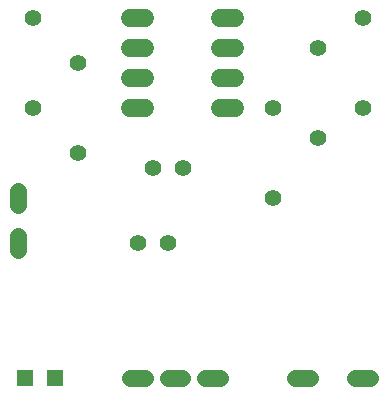
<source format=gts>
G75*
G70*
%OFA0B0*%
%FSLAX24Y24*%
%IPPOS*%
%LPD*%
%AMOC8*
5,1,8,0,0,1.08239X$1,22.5*
%
%ADD10C,0.0600*%
%ADD11C,0.0556*%
%ADD12C,0.0556*%
%ADD13R,0.0556X0.0556*%
D10*
X004841Y010272D02*
X005361Y010272D01*
X005361Y011272D02*
X004841Y011272D01*
X004841Y012272D02*
X005361Y012272D01*
X005361Y013272D02*
X004841Y013272D01*
X007841Y013272D02*
X008361Y013272D01*
X008361Y012272D02*
X007841Y012272D01*
X007841Y011272D02*
X008361Y011272D01*
X008361Y010272D02*
X007841Y010272D01*
D11*
X009601Y010272D03*
X011101Y009272D03*
X012601Y010272D03*
X011101Y012272D03*
X012601Y013272D03*
X006601Y008272D03*
X005601Y008272D03*
X006101Y005772D03*
X005101Y005772D03*
X003101Y008772D03*
X001601Y010272D03*
X003101Y011772D03*
X001601Y013272D03*
X009601Y007272D03*
D12*
X010363Y001272D02*
X010839Y001272D01*
X012363Y001272D02*
X012839Y001272D01*
X007839Y001272D02*
X007363Y001272D01*
X006589Y001272D02*
X006113Y001272D01*
X005339Y001272D02*
X004863Y001272D01*
X001101Y005534D02*
X001101Y006010D01*
X001101Y007034D02*
X001101Y007510D01*
D13*
X001351Y001272D03*
X002351Y001272D03*
M02*

</source>
